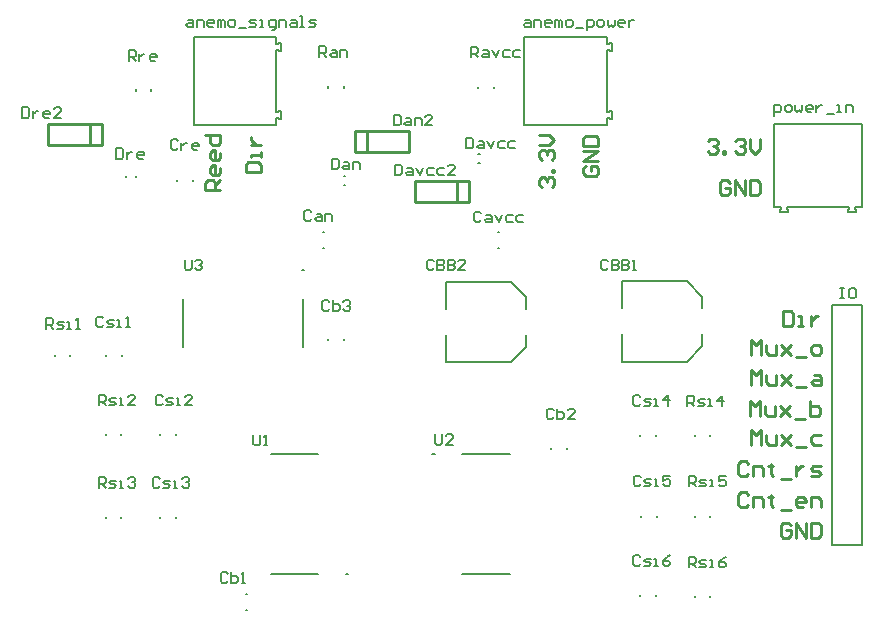
<source format=gto>
G04*
G04 #@! TF.GenerationSoftware,Altium Limited,Altium Designer,19.1.5 (86)*
G04*
G04 Layer_Color=65535*
%FSLAX25Y25*%
%MOIN*%
G70*
G01*
G75*
%ADD10C,0.00394*%
%ADD11C,0.00787*%
%ADD12C,0.01000*%
%ADD13C,0.00500*%
%ADD14C,0.00800*%
D10*
X400059Y453254D02*
D03*
X466041Y451462D02*
D03*
X516453Y454138D02*
D03*
D11*
X455098Y419158D02*
X454311D01*
X455098D01*
X469894Y318138D02*
X469106D01*
X469894D01*
X498638Y357862D02*
X497850D01*
X498638D01*
X399074Y450207D02*
Y450790D01*
X395925Y450207D02*
Y450790D01*
X412843Y448903D02*
Y449297D01*
X418157Y448903D02*
Y449297D01*
X435803Y306004D02*
X436197D01*
X435803Y311319D02*
X436197D01*
X418307Y467717D02*
X445866D01*
X418307Y496850D02*
X445866D01*
X418307Y467717D02*
Y496850D01*
X447441Y492303D02*
Y494862D01*
X445866Y494567D02*
X447441Y494862D01*
X445866Y492598D02*
X447441Y492303D01*
X445866Y494567D02*
Y496850D01*
Y471969D02*
X447441Y472264D01*
X445866Y470000D02*
X447441Y469705D01*
Y472264D01*
X445866Y467717D02*
Y470000D01*
Y471969D02*
Y492598D01*
X461403Y432058D02*
X461797D01*
X461403Y426743D02*
X461797D01*
X468309Y450674D02*
X468891D01*
X468309Y447525D02*
X468891D01*
X519783Y426743D02*
X520177D01*
X519783Y432058D02*
X520177D01*
X518307Y479921D02*
Y480315D01*
X513189Y479921D02*
Y480315D01*
X537343Y359634D02*
Y360028D01*
X542658Y359634D02*
Y360028D01*
X528543Y467717D02*
X556102D01*
X528543Y496850D02*
X556102D01*
X528543Y467717D02*
Y496850D01*
X557677Y492303D02*
Y494862D01*
X556102Y494567D02*
X557677Y494862D01*
X556102Y492598D02*
X557677Y492303D01*
X556102Y494567D02*
Y496850D01*
Y471969D02*
X557677Y472264D01*
X556102Y470000D02*
X557677Y469705D01*
Y472264D01*
X556102Y467717D02*
Y470000D01*
Y471969D02*
Y492598D01*
X590472Y310229D02*
Y310623D01*
X585354Y310229D02*
Y310623D01*
X590472Y337079D02*
Y337472D01*
X585354Y337079D02*
Y337472D01*
X590472Y363866D02*
Y364260D01*
X585354Y363866D02*
Y364260D01*
X611811Y440354D02*
Y467913D01*
X640945Y440354D02*
Y467913D01*
X611811D02*
X640945D01*
X636398Y438779D02*
X638957D01*
X638661Y440354D02*
X638957Y438779D01*
X636398D02*
X636693Y440354D01*
X638661D02*
X640945D01*
X616063D02*
X616358Y438779D01*
X613799D02*
X614094Y440354D01*
X613799Y438779D02*
X616358D01*
X611811Y440354D02*
X614094D01*
X616063D02*
X636693D01*
X377159Y390506D02*
Y390900D01*
X372041Y390506D02*
Y390900D01*
X389063Y336551D02*
Y336945D01*
X394181Y336551D02*
Y336945D01*
X394217Y364142D02*
Y364535D01*
X389098Y364142D02*
Y364535D01*
X388965Y390605D02*
Y390998D01*
X394280Y390605D02*
Y390998D01*
X404134Y479134D02*
Y479528D01*
X399016Y479134D02*
Y479528D01*
X412280Y336551D02*
Y336945D01*
X406965Y336551D02*
Y336945D01*
X407000Y364240D02*
Y364634D01*
X412315Y364240D02*
Y364634D01*
X463091Y395866D02*
Y396260D01*
X468405Y395866D02*
Y396260D01*
X502362Y415354D02*
X524016D01*
X502362Y406299D02*
Y415354D01*
Y388583D02*
Y397638D01*
Y388583D02*
X524016D01*
X529134Y406299D02*
Y410236D01*
X524016Y415354D02*
X529134Y410236D01*
X524016Y388583D02*
X529134Y393701D01*
Y397638D01*
X513209Y454926D02*
X513791D01*
X513209Y458075D02*
X513791D01*
X567256Y310504D02*
Y310898D01*
X572571Y310504D02*
Y310898D01*
X567354Y337079D02*
Y337472D01*
X572669Y337079D02*
Y337472D01*
X567256Y363866D02*
Y364260D01*
X572571Y363866D02*
Y364260D01*
X561024Y415567D02*
X582677D01*
X561024Y406512D02*
Y415567D01*
Y388795D02*
Y397850D01*
Y388795D02*
X582677D01*
X587795Y406512D02*
Y410449D01*
X582677Y415567D02*
X587795Y410449D01*
X582677Y388795D02*
X587795Y393913D01*
Y397850D01*
X468307Y480118D02*
Y480512D01*
X463189Y480118D02*
Y480512D01*
X641221Y327693D02*
Y407693D01*
X631220D02*
X641221D01*
X631220Y327693D02*
X641221D01*
X631220D02*
Y407693D01*
D12*
X369701Y461000D02*
Y468000D01*
X387701Y461000D02*
Y468000D01*
X383701Y461000D02*
Y468000D01*
X369701Y461000D02*
X387701D01*
X369701Y468000D02*
X387701D01*
X490100Y458500D02*
Y465500D01*
X472100Y458500D02*
Y465500D01*
X476100Y458500D02*
Y465500D01*
X472100D02*
X490100D01*
X472100Y458500D02*
X490100D01*
X492000Y449000D02*
X510000D01*
X492000Y442000D02*
X510000D01*
X506000D02*
Y449000D01*
X510000Y442000D02*
Y449000D01*
X492000Y442000D02*
Y449000D01*
X617432Y334265D02*
X616599Y335098D01*
X614933D01*
X614100Y334265D01*
Y330933D01*
X614933Y330100D01*
X616599D01*
X617432Y330933D01*
Y332599D01*
X615766D01*
X619098Y330100D02*
Y335098D01*
X622431Y330100D01*
Y335098D01*
X624097D02*
Y330100D01*
X626596D01*
X627429Y330933D01*
Y334265D01*
X626596Y335098D01*
X624097D01*
X603257Y344415D02*
X602424Y345248D01*
X600758D01*
X599925Y344415D01*
Y341083D01*
X600758Y340250D01*
X602424D01*
X603257Y341083D01*
X604924Y340250D02*
Y343582D01*
X607423D01*
X608256Y342749D01*
Y340250D01*
X610755Y344415D02*
Y343582D01*
X609922D01*
X611588D01*
X610755D01*
Y341083D01*
X611588Y340250D01*
X614087Y339417D02*
X617419D01*
X621585Y340250D02*
X619919D01*
X619086Y341083D01*
Y342749D01*
X619919Y343582D01*
X621585D01*
X622418Y342749D01*
Y341916D01*
X619086D01*
X624084Y340250D02*
Y343582D01*
X626583D01*
X627416Y342749D01*
Y340250D01*
X603257Y354665D02*
X602424Y355498D01*
X600758D01*
X599925Y354665D01*
Y351333D01*
X600758Y350500D01*
X602424D01*
X603257Y351333D01*
X604924Y350500D02*
Y353832D01*
X607423D01*
X608256Y352999D01*
Y350500D01*
X610755Y354665D02*
Y353832D01*
X609922D01*
X611588D01*
X610755D01*
Y351333D01*
X611588Y350500D01*
X614087Y349667D02*
X617419D01*
X619086Y353832D02*
Y350500D01*
Y352166D01*
X619919Y352999D01*
X620752Y353832D01*
X621585D01*
X624084Y350500D02*
X626583D01*
X627416Y351333D01*
X626583Y352166D01*
X624917D01*
X624084Y352999D01*
X624917Y353832D01*
X627416D01*
X604118Y361000D02*
Y365998D01*
X605784Y364332D01*
X607450Y365998D01*
Y361000D01*
X609117Y364332D02*
Y361833D01*
X609949Y361000D01*
X612449D01*
Y364332D01*
X614115D02*
X617447Y361000D01*
X615781Y362666D01*
X617447Y364332D01*
X614115Y361000D01*
X619113Y360167D02*
X622445D01*
X627444Y364332D02*
X624945D01*
X624112Y363499D01*
Y361833D01*
X624945Y361000D01*
X627444D01*
X603925Y370500D02*
Y375498D01*
X605591Y373832D01*
X607257Y375498D01*
Y370500D01*
X608924Y373832D02*
Y371333D01*
X609757Y370500D01*
X612256D01*
Y373832D01*
X613922D02*
X617254Y370500D01*
X615588Y372166D01*
X617254Y373832D01*
X613922Y370500D01*
X618920Y369667D02*
X622253D01*
X623919Y375498D02*
Y370500D01*
X626418D01*
X627251Y371333D01*
Y372166D01*
Y372999D01*
X626418Y373832D01*
X623919D01*
X604118Y381000D02*
Y385998D01*
X605784Y384332D01*
X607450Y385998D01*
Y381000D01*
X609117Y384332D02*
Y381833D01*
X609949Y381000D01*
X612449D01*
Y384332D01*
X614115D02*
X617447Y381000D01*
X615781Y382666D01*
X617447Y384332D01*
X614115Y381000D01*
X619113Y380167D02*
X622445D01*
X624945Y384332D02*
X626611D01*
X627444Y383499D01*
Y381000D01*
X624945D01*
X624112Y381833D01*
X624945Y382666D01*
X627444D01*
X604118Y391000D02*
Y395998D01*
X605784Y394332D01*
X607450Y395998D01*
Y391000D01*
X609117Y394332D02*
Y391833D01*
X609949Y391000D01*
X612449D01*
Y394332D01*
X614115D02*
X617447Y391000D01*
X615781Y392666D01*
X617447Y394332D01*
X614115Y391000D01*
X619113Y390167D02*
X622445D01*
X624945Y391000D02*
X626611D01*
X627444Y391833D01*
Y393499D01*
X626611Y394332D01*
X624945D01*
X624112Y393499D01*
Y391833D01*
X624945Y391000D01*
X589735Y462243D02*
X590568Y463076D01*
X592235D01*
X593068Y462243D01*
Y461409D01*
X592235Y460576D01*
X591402D01*
X592235D01*
X593068Y459743D01*
Y458910D01*
X592235Y458077D01*
X590568D01*
X589735Y458910D01*
X594734Y458077D02*
Y458910D01*
X595567D01*
Y458077D01*
X594734D01*
X598899Y462243D02*
X599732Y463076D01*
X601398D01*
X602231Y462243D01*
Y461409D01*
X601398Y460576D01*
X600565D01*
X601398D01*
X602231Y459743D01*
Y458910D01*
X601398Y458077D01*
X599732D01*
X598899Y458910D01*
X603897Y463076D02*
Y459743D01*
X605564Y458077D01*
X607230Y459743D01*
Y463076D01*
X435634Y451851D02*
X440632D01*
Y454350D01*
X439799Y455183D01*
X436467D01*
X435634Y454350D01*
Y451851D01*
X440632Y456850D02*
Y458516D01*
Y457683D01*
X437300D01*
Y456850D01*
Y461015D02*
X440632D01*
X438966D01*
X438133Y461848D01*
X437300Y462681D01*
Y463514D01*
X597032Y448365D02*
X596199Y449198D01*
X594533D01*
X593700Y448365D01*
Y445033D01*
X594533Y444200D01*
X596199D01*
X597032Y445033D01*
Y446699D01*
X595366D01*
X598698Y444200D02*
Y449198D01*
X602031Y444200D01*
Y449198D01*
X603697D02*
Y444200D01*
X606196D01*
X607029Y445033D01*
Y448365D01*
X606196Y449198D01*
X603697D01*
X614925Y405498D02*
Y400500D01*
X617424D01*
X618257Y401333D01*
Y404665D01*
X617424Y405498D01*
X614925D01*
X619924Y400500D02*
X621590D01*
X620757D01*
Y403832D01*
X619924D01*
X624089D02*
Y400500D01*
Y402166D01*
X624922Y402999D01*
X625755Y403832D01*
X626588D01*
X427243Y445958D02*
X422244D01*
Y448457D01*
X423077Y449290D01*
X424743D01*
X425576Y448457D01*
Y445958D01*
Y447624D02*
X427243Y449290D01*
Y453455D02*
Y451789D01*
X426409Y450956D01*
X424743D01*
X423910Y451789D01*
Y453455D01*
X424743Y454288D01*
X425576D01*
Y450956D01*
X427243Y458453D02*
Y456787D01*
X426409Y455954D01*
X424743D01*
X423910Y456787D01*
Y458453D01*
X424743Y459286D01*
X425576D01*
Y455954D01*
X422244Y464285D02*
X427243D01*
Y461786D01*
X426409Y460953D01*
X424743D01*
X423910Y461786D01*
Y464285D01*
X534417Y446838D02*
X533584Y447671D01*
Y449337D01*
X534417Y450170D01*
X535250D01*
X536084Y449337D01*
Y448504D01*
Y449337D01*
X536917Y450170D01*
X537750D01*
X538583Y449337D01*
Y447671D01*
X537750Y446838D01*
X538583Y451836D02*
X537750D01*
Y452669D01*
X538583D01*
Y451836D01*
X534417Y456002D02*
X533584Y456835D01*
Y458501D01*
X534417Y459334D01*
X535250D01*
X536084Y458501D01*
Y457668D01*
Y458501D01*
X536917Y459334D01*
X537750D01*
X538583Y458501D01*
Y456835D01*
X537750Y456002D01*
X533584Y461000D02*
X536917D01*
X538583Y462666D01*
X536917Y464332D01*
X533584D01*
X548984Y454107D02*
X548151Y453274D01*
Y451608D01*
X548984Y450775D01*
X552317D01*
X553150Y451608D01*
Y453274D01*
X552317Y454107D01*
X550650D01*
Y452441D01*
X553150Y455773D02*
X548151D01*
X553150Y459105D01*
X548151D01*
Y460772D02*
X553150D01*
Y463271D01*
X552317Y464104D01*
X548984D01*
X548151Y463271D01*
Y460772D01*
D13*
X454783Y393783D02*
Y409531D01*
X414902Y393783D02*
Y409531D01*
X444126Y318059D02*
X459874D01*
X444126Y357941D02*
X459874D01*
X507870D02*
X523618D01*
X507870Y318059D02*
X523618D01*
D14*
X361200Y473499D02*
Y470000D01*
X362949D01*
X363533Y470583D01*
Y472916D01*
X362949Y473499D01*
X361200D01*
X364699Y472333D02*
Y470000D01*
Y471166D01*
X365282Y471749D01*
X365865Y472333D01*
X366448D01*
X369947Y470000D02*
X368781D01*
X368198Y470583D01*
Y471749D01*
X368781Y472333D01*
X369947D01*
X370530Y471749D01*
Y471166D01*
X368198D01*
X374029Y470000D02*
X371697D01*
X374029Y472333D01*
Y472916D01*
X373446Y473499D01*
X372280D01*
X371697Y472916D01*
X485500Y454399D02*
Y450900D01*
X487249D01*
X487833Y451483D01*
Y453816D01*
X487249Y454399D01*
X485500D01*
X489582Y453233D02*
X490748D01*
X491331Y452649D01*
Y450900D01*
X489582D01*
X488999Y451483D01*
X489582Y452066D01*
X491331D01*
X492498Y453233D02*
X493664Y450900D01*
X494830Y453233D01*
X498329D02*
X496580D01*
X495997Y452649D01*
Y451483D01*
X496580Y450900D01*
X498329D01*
X501828Y453233D02*
X500079D01*
X499496Y452649D01*
Y451483D01*
X500079Y450900D01*
X501828D01*
X505327D02*
X502994D01*
X505327Y453233D01*
Y453816D01*
X504744Y454399D01*
X503578D01*
X502994Y453816D01*
X485100Y470999D02*
Y467500D01*
X486849D01*
X487433Y468083D01*
Y470416D01*
X486849Y470999D01*
X485100D01*
X489182Y469833D02*
X490348D01*
X490932Y469249D01*
Y467500D01*
X489182D01*
X488599Y468083D01*
X489182Y468666D01*
X490932D01*
X492098Y467500D02*
Y469833D01*
X493847D01*
X494430Y469249D01*
Y467500D01*
X497929D02*
X495597D01*
X497929Y469833D01*
Y470416D01*
X497346Y470999D01*
X496180D01*
X495597Y470416D01*
X611900Y470734D02*
Y474233D01*
X613649D01*
X614233Y473649D01*
Y472483D01*
X613649Y471900D01*
X611900D01*
X615982D02*
X617148D01*
X617732Y472483D01*
Y473649D01*
X617148Y474233D01*
X615982D01*
X615399Y473649D01*
Y472483D01*
X615982Y471900D01*
X618898Y474233D02*
Y472483D01*
X619481Y471900D01*
X620064Y472483D01*
X620647Y471900D01*
X621230Y472483D01*
Y474233D01*
X624146Y471900D02*
X622980D01*
X622397Y472483D01*
Y473649D01*
X622980Y474233D01*
X624146D01*
X624729Y473649D01*
Y473066D01*
X622397D01*
X625896Y474233D02*
Y471900D01*
Y473066D01*
X626479Y473649D01*
X627062Y474233D01*
X627645D01*
X629394Y471317D02*
X631727D01*
X632893Y471900D02*
X634059D01*
X633476D01*
Y474233D01*
X632893D01*
X635809Y471900D02*
Y474233D01*
X637558D01*
X638141Y473649D01*
Y471900D01*
X416483Y502733D02*
X417649D01*
X418233Y502149D01*
Y500400D01*
X416483D01*
X415900Y500983D01*
X416483Y501566D01*
X418233D01*
X419399Y500400D02*
Y502733D01*
X421148D01*
X421732Y502149D01*
Y500400D01*
X424647D02*
X423481D01*
X422898Y500983D01*
Y502149D01*
X423481Y502733D01*
X424647D01*
X425230Y502149D01*
Y501566D01*
X422898D01*
X426397Y500400D02*
Y502733D01*
X426980D01*
X427563Y502149D01*
Y500400D01*
Y502149D01*
X428146Y502733D01*
X428729Y502149D01*
Y500400D01*
X430479D02*
X431645D01*
X432228Y500983D01*
Y502149D01*
X431645Y502733D01*
X430479D01*
X429895Y502149D01*
Y500983D01*
X430479Y500400D01*
X433394Y499817D02*
X435727D01*
X436893Y500400D02*
X438643D01*
X439226Y500983D01*
X438643Y501566D01*
X437476D01*
X436893Y502149D01*
X437476Y502733D01*
X439226D01*
X440392Y500400D02*
X441558D01*
X440975D01*
Y502733D01*
X440392D01*
X444474Y499234D02*
X445057D01*
X445640Y499817D01*
Y502733D01*
X443891D01*
X443308Y502149D01*
Y500983D01*
X443891Y500400D01*
X445640D01*
X446807D02*
Y502733D01*
X448556D01*
X449139Y502149D01*
Y500400D01*
X450889Y502733D02*
X452055D01*
X452638Y502149D01*
Y500400D01*
X450889D01*
X450306Y500983D01*
X450889Y501566D01*
X452638D01*
X453804Y500400D02*
X454971D01*
X454388D01*
Y503899D01*
X453804D01*
X456720Y500400D02*
X458470D01*
X459053Y500983D01*
X458470Y501566D01*
X457303D01*
X456720Y502149D01*
X457303Y502733D01*
X459053D01*
X528930Y502726D02*
X530096D01*
X530679Y502143D01*
Y500394D01*
X528930D01*
X528346Y500977D01*
X528930Y501560D01*
X530679D01*
X531845Y500394D02*
Y502726D01*
X533595D01*
X534178Y502143D01*
Y500394D01*
X537094D02*
X535927D01*
X535344Y500977D01*
Y502143D01*
X535927Y502726D01*
X537094D01*
X537677Y502143D01*
Y501560D01*
X535344D01*
X538843Y500394D02*
Y502726D01*
X539426D01*
X540009Y502143D01*
Y500394D01*
Y502143D01*
X540592Y502726D01*
X541176Y502143D01*
Y500394D01*
X542925D02*
X544091D01*
X544674Y500977D01*
Y502143D01*
X544091Y502726D01*
X542925D01*
X542342Y502143D01*
Y500977D01*
X542925Y500394D01*
X545841Y499811D02*
X548173D01*
X549340Y499227D02*
Y502726D01*
X551089D01*
X551672Y502143D01*
Y500977D01*
X551089Y500394D01*
X549340D01*
X553422D02*
X554588D01*
X555171Y500977D01*
Y502143D01*
X554588Y502726D01*
X553422D01*
X552839Y502143D01*
Y500977D01*
X553422Y500394D01*
X556337Y502726D02*
Y500977D01*
X556921Y500394D01*
X557504Y500977D01*
X558087Y500394D01*
X558670Y500977D01*
Y502726D01*
X561586Y500394D02*
X560419D01*
X559836Y500977D01*
Y502143D01*
X560419Y502726D01*
X561586D01*
X562169Y502143D01*
Y501560D01*
X559836D01*
X563335Y502726D02*
Y500394D01*
Y501560D01*
X563918Y502143D01*
X564501Y502726D01*
X565085D01*
X510827Y490158D02*
Y493656D01*
X512576D01*
X513159Y493073D01*
Y491907D01*
X512576Y491324D01*
X510827D01*
X511993D02*
X513159Y490158D01*
X514909Y492490D02*
X516075D01*
X516658Y491907D01*
Y490158D01*
X514909D01*
X514326Y490741D01*
X514909Y491324D01*
X516658D01*
X517825Y492490D02*
X518991Y490158D01*
X520157Y492490D01*
X523656D02*
X521907D01*
X521323Y491907D01*
Y490741D01*
X521907Y490158D01*
X523656D01*
X527155Y492490D02*
X525405D01*
X524822Y491907D01*
Y490741D01*
X525405Y490158D01*
X527155D01*
X464419Y456469D02*
Y452970D01*
X466168D01*
X466751Y453553D01*
Y455886D01*
X466168Y456469D01*
X464419D01*
X468501Y455303D02*
X469667D01*
X470250Y454719D01*
Y452970D01*
X468501D01*
X467918Y453553D01*
X468501Y454136D01*
X470250D01*
X471417Y452970D02*
Y455303D01*
X473166D01*
X473749Y454719D01*
Y452970D01*
X509209Y463345D02*
Y459846D01*
X510958D01*
X511541Y460430D01*
Y462762D01*
X510958Y463345D01*
X509209D01*
X513291Y462179D02*
X514457D01*
X515040Y461596D01*
Y459846D01*
X513291D01*
X512708Y460430D01*
X513291Y461013D01*
X515040D01*
X516206Y462179D02*
X517373Y459846D01*
X518539Y462179D01*
X522038D02*
X520288D01*
X519705Y461596D01*
Y460430D01*
X520288Y459846D01*
X522038D01*
X525537Y462179D02*
X523787D01*
X523204Y461596D01*
Y460430D01*
X523787Y459846D01*
X525537D01*
X514167Y438221D02*
X513584Y438804D01*
X512418D01*
X511835Y438221D01*
Y435889D01*
X512418Y435306D01*
X513584D01*
X514167Y435889D01*
X515917Y437638D02*
X517083D01*
X517666Y437055D01*
Y435306D01*
X515917D01*
X515334Y435889D01*
X515917Y436472D01*
X517666D01*
X518832Y437638D02*
X519999Y435306D01*
X521165Y437638D01*
X524664D02*
X522914D01*
X522331Y437055D01*
Y435889D01*
X522914Y435306D01*
X524664D01*
X528163Y437638D02*
X526413D01*
X525830Y437055D01*
Y435889D01*
X526413Y435306D01*
X528163D01*
X438221Y364334D02*
Y361418D01*
X438804Y360835D01*
X439970D01*
X440553Y361418D01*
Y364334D01*
X441719Y360835D02*
X442886D01*
X442303D01*
Y364334D01*
X441719Y363750D01*
X460248Y490315D02*
Y493814D01*
X461998D01*
X462581Y493231D01*
Y492064D01*
X461998Y491481D01*
X460248D01*
X461414D02*
X462581Y490315D01*
X464330Y492648D02*
X465496D01*
X466080Y492064D01*
Y490315D01*
X464330D01*
X463747Y490898D01*
X464330Y491481D01*
X466080D01*
X467246Y490315D02*
Y492648D01*
X468995D01*
X469578Y492064D01*
Y490315D01*
X396654Y488976D02*
Y492475D01*
X398403D01*
X398986Y491892D01*
Y490726D01*
X398403Y490143D01*
X396654D01*
X397820D02*
X398986Y488976D01*
X400152Y491309D02*
Y488976D01*
Y490143D01*
X400736Y490726D01*
X401319Y491309D01*
X401902D01*
X405401Y488976D02*
X404234D01*
X403651Y489560D01*
Y490726D01*
X404234Y491309D01*
X405401D01*
X405984Y490726D01*
Y490143D01*
X403651D01*
X392579Y459903D02*
Y456404D01*
X394328D01*
X394911Y456987D01*
Y459320D01*
X394328Y459903D01*
X392579D01*
X396078Y458737D02*
Y456404D01*
Y457570D01*
X396661Y458153D01*
X397244Y458737D01*
X397827D01*
X401326Y456404D02*
X400160D01*
X399576Y456987D01*
Y458153D01*
X400160Y458737D01*
X401326D01*
X401909Y458153D01*
Y457570D01*
X399576D01*
X457535Y438615D02*
X456952Y439198D01*
X455786D01*
X455202Y438615D01*
Y436282D01*
X455786Y435699D01*
X456952D01*
X457535Y436282D01*
X459284Y438032D02*
X460451D01*
X461034Y437449D01*
Y435699D01*
X459284D01*
X458701Y436282D01*
X459284Y436866D01*
X461034D01*
X462200Y435699D02*
Y438032D01*
X463949D01*
X464533Y437449D01*
Y435699D01*
X413108Y462252D02*
X412525Y462835D01*
X411359D01*
X410776Y462252D01*
Y459919D01*
X411359Y459336D01*
X412525D01*
X413108Y459919D01*
X414275Y461669D02*
Y459336D01*
Y460502D01*
X414858Y461086D01*
X415441Y461669D01*
X416024D01*
X419523Y459336D02*
X418357D01*
X417773Y459919D01*
Y461086D01*
X418357Y461669D01*
X419523D01*
X420106Y461086D01*
Y460502D01*
X417773D01*
X369200Y399800D02*
Y403299D01*
X370949D01*
X371533Y402716D01*
Y401549D01*
X370949Y400966D01*
X369200D01*
X370366D02*
X371533Y399800D01*
X372699D02*
X374448D01*
X375031Y400383D01*
X374448Y400966D01*
X373282D01*
X372699Y401549D01*
X373282Y402133D01*
X375031D01*
X376198Y399800D02*
X377364D01*
X376781D01*
Y402133D01*
X376198D01*
X379114Y399800D02*
X380280D01*
X379697D01*
Y403299D01*
X379114Y402716D01*
X583413Y320151D02*
Y323650D01*
X585163D01*
X585746Y323066D01*
Y321900D01*
X585163Y321317D01*
X583413D01*
X584580D02*
X585746Y320151D01*
X586912D02*
X588662D01*
X589245Y320734D01*
X588662Y321317D01*
X587495D01*
X586912Y321900D01*
X587495Y322483D01*
X589245D01*
X590411Y320151D02*
X591577D01*
X590994D01*
Y322483D01*
X590411D01*
X595659Y323650D02*
X594493Y323066D01*
X593327Y321900D01*
Y320734D01*
X593910Y320151D01*
X595076D01*
X595659Y320734D01*
Y321317D01*
X595076Y321900D01*
X593327D01*
X388233Y403211D02*
X387649Y403794D01*
X386483D01*
X385900Y403211D01*
Y400878D01*
X386483Y400295D01*
X387649D01*
X388233Y400878D01*
X389399Y400295D02*
X391148D01*
X391731Y400878D01*
X391148Y401462D01*
X389982D01*
X389399Y402045D01*
X389982Y402628D01*
X391731D01*
X392898Y400295D02*
X394064D01*
X393481D01*
Y402628D01*
X392898D01*
X395813Y400295D02*
X396980D01*
X396397D01*
Y403794D01*
X395813Y403211D01*
X463549Y408577D02*
X462966Y409160D01*
X461800D01*
X461216Y408577D01*
Y406245D01*
X461800Y405661D01*
X462966D01*
X463549Y406245D01*
X464715Y409160D02*
Y405661D01*
X466465D01*
X467048Y406245D01*
Y406828D01*
Y407411D01*
X466465Y407994D01*
X464715D01*
X468214Y408577D02*
X468797Y409160D01*
X469964D01*
X470547Y408577D01*
Y407994D01*
X469964Y407411D01*
X469381D01*
X469964D01*
X470547Y406828D01*
Y406245D01*
X469964Y405661D01*
X468797D01*
X468214Y406245D01*
X567246Y323617D02*
X566663Y324200D01*
X565496D01*
X564913Y323617D01*
Y321284D01*
X565496Y320701D01*
X566663D01*
X567246Y321284D01*
X568412Y320701D02*
X570162D01*
X570745Y321284D01*
X570162Y321867D01*
X568995D01*
X568412Y322450D01*
X568995Y323033D01*
X570745D01*
X571911Y320701D02*
X573077D01*
X572494D01*
Y323033D01*
X571911D01*
X577159Y324200D02*
X575993Y323617D01*
X574827Y322450D01*
Y321284D01*
X575410Y320701D01*
X576576D01*
X577159Y321284D01*
Y321867D01*
X576576Y322450D01*
X574827D01*
X567344Y350191D02*
X566761Y350774D01*
X565595D01*
X565012Y350191D01*
Y347859D01*
X565595Y347276D01*
X566761D01*
X567344Y347859D01*
X568511Y347276D02*
X570260D01*
X570843Y347859D01*
X570260Y348442D01*
X569094D01*
X568511Y349025D01*
X569094Y349608D01*
X570843D01*
X572010Y347276D02*
X573176D01*
X572593D01*
Y349608D01*
X572010D01*
X577258Y350774D02*
X574925D01*
Y349025D01*
X576092Y349608D01*
X576675D01*
X577258Y349025D01*
Y347859D01*
X576675Y347276D01*
X575508D01*
X574925Y347859D01*
X415354Y422790D02*
Y419874D01*
X415938Y419291D01*
X417104D01*
X417687Y419874D01*
Y422790D01*
X418853Y422207D02*
X419436Y422790D01*
X420603D01*
X421186Y422207D01*
Y421624D01*
X420603Y421041D01*
X420019D01*
X420603D01*
X421186Y420458D01*
Y419874D01*
X420603Y419291D01*
X419436D01*
X418853Y419874D01*
X583413Y347142D02*
Y350641D01*
X585163D01*
X585746Y350057D01*
Y348891D01*
X585163Y348308D01*
X583413D01*
X584580D02*
X585746Y347142D01*
X586912D02*
X588662D01*
X589245Y347725D01*
X588662Y348308D01*
X587495D01*
X586912Y348891D01*
X587495Y349474D01*
X589245D01*
X590411Y347142D02*
X591577D01*
X590994D01*
Y349474D01*
X590411D01*
X595659Y350641D02*
X593327D01*
Y348891D01*
X594493Y349474D01*
X595076D01*
X595659Y348891D01*
Y347725D01*
X595076Y347142D01*
X593910D01*
X593327Y347725D01*
X582913Y373929D02*
Y377428D01*
X584663D01*
X585246Y376845D01*
Y375678D01*
X584663Y375095D01*
X582913D01*
X584080D02*
X585246Y373929D01*
X586412D02*
X588162D01*
X588745Y374512D01*
X588162Y375095D01*
X586995D01*
X586412Y375678D01*
X586995Y376262D01*
X588745D01*
X589911Y373929D02*
X591077D01*
X590494D01*
Y376262D01*
X589911D01*
X594576Y373929D02*
Y377428D01*
X592827Y375678D01*
X595159D01*
X386658Y374205D02*
Y377704D01*
X388407D01*
X388990Y377120D01*
Y375954D01*
X388407Y375371D01*
X386658D01*
X387824D02*
X388990Y374205D01*
X390156D02*
X391906D01*
X392489Y374788D01*
X391906Y375371D01*
X390739D01*
X390156Y375954D01*
X390739Y376537D01*
X392489D01*
X393655Y374205D02*
X394822D01*
X394238D01*
Y376537D01*
X393655D01*
X398903Y374205D02*
X396571D01*
X398903Y376537D01*
Y377120D01*
X398320Y377704D01*
X397154D01*
X396571Y377120D01*
X386622Y346748D02*
Y350247D01*
X388371D01*
X388955Y349664D01*
Y348498D01*
X388371Y347914D01*
X386622D01*
X387788D02*
X388955Y346748D01*
X390121D02*
X391870D01*
X392454Y347331D01*
X391870Y347914D01*
X390704D01*
X390121Y348498D01*
X390704Y349081D01*
X392454D01*
X393620Y346748D02*
X394786D01*
X394203D01*
Y349081D01*
X393620D01*
X396535Y349664D02*
X397119Y350247D01*
X398285D01*
X398868Y349664D01*
Y349081D01*
X398285Y348498D01*
X397702D01*
X398285D01*
X398868Y347914D01*
Y347331D01*
X398285Y346748D01*
X397119D01*
X396535Y347331D01*
X498799Y364523D02*
Y361607D01*
X499382Y361024D01*
X500549D01*
X501132Y361607D01*
Y364523D01*
X504631Y361024D02*
X502298D01*
X504631Y363356D01*
Y363939D01*
X504047Y364523D01*
X502881D01*
X502298Y363939D01*
X633858Y413341D02*
X635025D01*
X634441D01*
Y409842D01*
X633858D01*
X635025D01*
X638523Y413341D02*
X637357D01*
X636774Y412758D01*
Y410426D01*
X637357Y409842D01*
X638523D01*
X639107Y410426D01*
Y412758D01*
X638523Y413341D01*
X567246Y376979D02*
X566663Y377562D01*
X565496D01*
X564913Y376979D01*
Y374646D01*
X565496Y374063D01*
X566663D01*
X567246Y374646D01*
X568412Y374063D02*
X570162D01*
X570745Y374646D01*
X570162Y375229D01*
X568995D01*
X568412Y375812D01*
X568995Y376396D01*
X570745D01*
X571911Y374063D02*
X573077D01*
X572494D01*
Y376396D01*
X571911D01*
X576576Y374063D02*
Y377562D01*
X574827Y375812D01*
X577159D01*
X407990Y377120D02*
X407407Y377704D01*
X406241D01*
X405657Y377120D01*
Y374788D01*
X406241Y374205D01*
X407407D01*
X407990Y374788D01*
X409156Y374205D02*
X410906D01*
X411489Y374788D01*
X410906Y375371D01*
X409739D01*
X409156Y375954D01*
X409739Y376537D01*
X411489D01*
X412655Y374205D02*
X413822D01*
X413238D01*
Y376537D01*
X412655D01*
X417904Y374205D02*
X415571D01*
X417904Y376537D01*
Y377120D01*
X417320Y377704D01*
X416154D01*
X415571Y377120D01*
X406955Y349664D02*
X406371Y350247D01*
X405205D01*
X404622Y349664D01*
Y347331D01*
X405205Y346748D01*
X406371D01*
X406955Y347331D01*
X408121Y346748D02*
X409870D01*
X410454Y347331D01*
X409870Y347914D01*
X408704D01*
X408121Y348498D01*
X408704Y349081D01*
X410454D01*
X411620Y346748D02*
X412786D01*
X412203D01*
Y349081D01*
X411620D01*
X414536Y349664D02*
X415119Y350247D01*
X416285D01*
X416868Y349664D01*
Y349081D01*
X416285Y348498D01*
X415702D01*
X416285D01*
X416868Y347914D01*
Y347331D01*
X416285Y346748D01*
X415119D01*
X414536Y347331D01*
X498396Y422207D02*
X497812Y422790D01*
X496646D01*
X496063Y422207D01*
Y419874D01*
X496646Y419291D01*
X497812D01*
X498396Y419874D01*
X499562Y422790D02*
Y419291D01*
X501311D01*
X501894Y419874D01*
Y420458D01*
X501311Y421041D01*
X499562D01*
X501311D01*
X501894Y421624D01*
Y422207D01*
X501311Y422790D01*
X499562D01*
X503061D02*
Y419291D01*
X504810D01*
X505393Y419874D01*
Y420458D01*
X504810Y421041D01*
X503061D01*
X504810D01*
X505393Y421624D01*
Y422207D01*
X504810Y422790D01*
X503061D01*
X508892Y419291D02*
X506560D01*
X508892Y421624D01*
Y422207D01*
X508309Y422790D01*
X507143D01*
X506560Y422207D01*
X556466D02*
X555883Y422790D01*
X554717D01*
X554134Y422207D01*
Y419874D01*
X554717Y419291D01*
X555883D01*
X556466Y419874D01*
X557633Y422790D02*
Y419291D01*
X559382D01*
X559965Y419874D01*
Y420458D01*
X559382Y421041D01*
X557633D01*
X559382D01*
X559965Y421624D01*
Y422207D01*
X559382Y422790D01*
X557633D01*
X561132D02*
Y419291D01*
X562881D01*
X563464Y419874D01*
Y420458D01*
X562881Y421041D01*
X561132D01*
X562881D01*
X563464Y421624D01*
Y422207D01*
X562881Y422790D01*
X561132D01*
X564631Y419291D02*
X565797D01*
X565214D01*
Y422790D01*
X564631Y422207D01*
X538333Y372514D02*
X537749Y373097D01*
X536583D01*
X536000Y372514D01*
Y370182D01*
X536583Y369598D01*
X537749D01*
X538333Y370182D01*
X539499Y373097D02*
Y369598D01*
X541248D01*
X541831Y370182D01*
Y370765D01*
Y371348D01*
X541248Y371931D01*
X539499D01*
X545330Y369598D02*
X542998D01*
X545330Y371931D01*
Y372514D01*
X544747Y373097D01*
X543581D01*
X542998Y372514D01*
X429675Y317916D02*
X429092Y318499D01*
X427926D01*
X427343Y317916D01*
Y315583D01*
X427926Y315000D01*
X429092D01*
X429675Y315583D01*
X430841Y318499D02*
Y315000D01*
X432591D01*
X433174Y315583D01*
Y316166D01*
Y316749D01*
X432591Y317333D01*
X430841D01*
X434340Y315000D02*
X435507D01*
X434923D01*
Y318499D01*
X434340Y317916D01*
M02*

</source>
